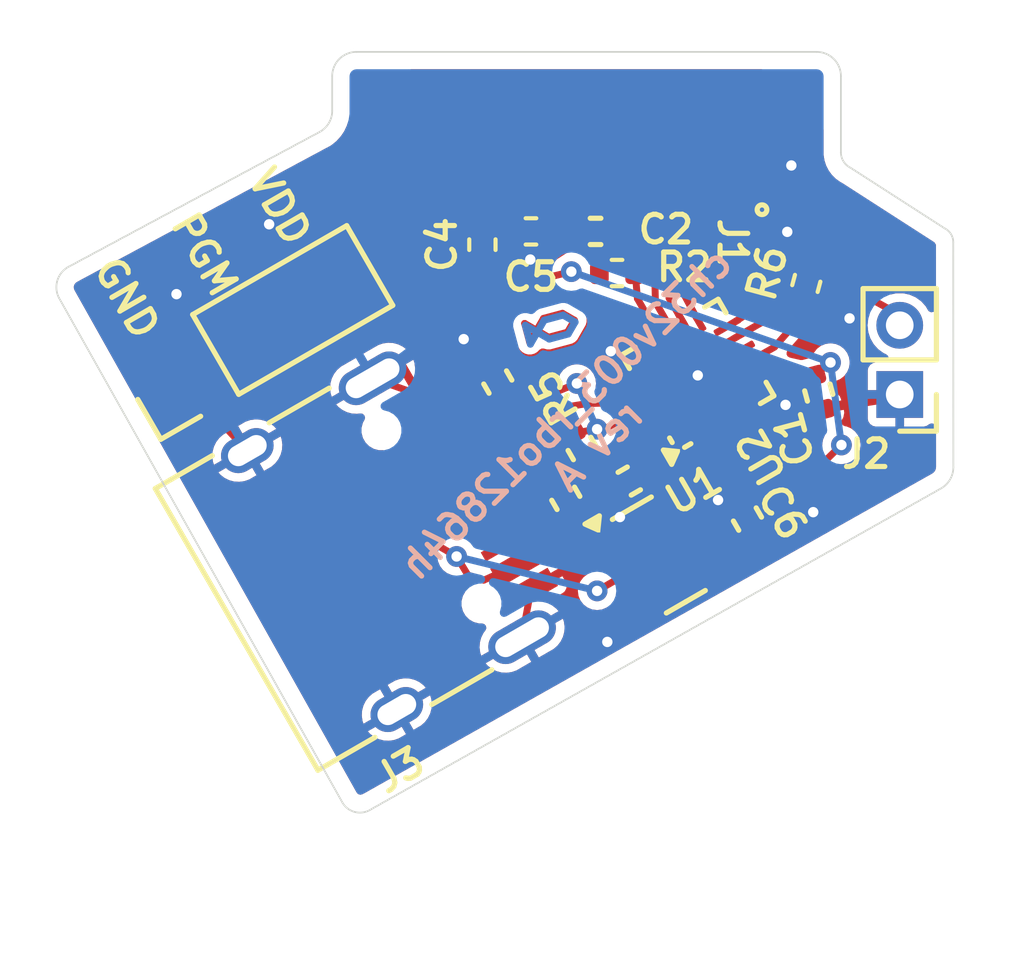
<source format=kicad_pcb>
(kicad_pcb (version 20240108) (generator "pcbnew") (generator_version "8.0")
  (layers (0 "F.Cu" signal) (31 "B.Cu" signal) (34 "B.Paste" user) (35 "F.Paste" user) (36 "B.SilkS" user "B.Silkscreen") (37 "F.SilkS" user "F.Silkscreen") (38 "B.Mask" user) (39 "F.Mask" user) (44 "Edge.Cuts" user))
  (net 0 "")
  (net 1 "GND")
  (net 2 "VDD")
  (net 3 "+5V")
  (net 4 "Net-(J1-Pin_10)")
  (net 5 "Net-(J1-Pin_9)")
  (net 6 "Net-(J1-Pin_8)")
  (net 7 "Net-(J3-CC1)")
  (net 8 "D+")
  (net 9 "D-")
  (net 10 "SBU1")
  (net 11 "Net-(J3-CC2)")
  (net 12 "SBU2")
  (net 13 "SWIO")
  (net 14 "PD6")
  (net 15 "DPU")
  (net 19 "CSB")
  (net 20 "RST")
  (net 21 "A0")
  (net 22 "SCL")
  (net 23 "SDA")
  (net 27 "Net-(J2-Pin_2)")
  (net 28 "Net-(U2-PC0{slash}T2CH3{slash}UTX{slash}NSS{slash}T1CH3)")
  (net 31 "Net-(J1-Pin_6)")
  (net 32 "Net-(U2-PC7{slash}MISO{slash}T1CH2{slash}T2CH2{slash}URTS)")
  (footprint "Resistor_SMD:R_0402_1005Metric" (layer "F.Cu") (at 127.95 67.2 -60)
    (property "Reference" "R4" (hide yes))
    (property "Value" "5.1k")
    (fp_line (start -0.153641 0.38) (end 0.153641 0.38) (stroke (width 0.15)) (layer "F.SilkS"))
    (fp_line (start -0.153641 -0.38) (end 0.153641 -0.38) (stroke (width 0.15)) (layer "F.SilkS"))
    (pad "1" smd roundrect (at -0.51 0 300) (size 0.54 0.64) (layers "F.Cu" "F.Paste" "F.Mask") (net 11 "Net-(J3-CC2)"))
    (pad "2" smd roundrect (at 0.51 0 300) (size 0.54 0.64) (layers "F.Cu" "F.Paste" "F.Mask") (net 1 "GND"))
  )
  (footprint "Package_TO_SOT_SMD:SOT-23" (layer "F.Cu") (at 130.638899 68.837926 30)
    (property "Reference" "U1" (at 1.815843 -1.126531 30) (layer "F.SilkS") (effects (font (size 0.8 0.8))))
    (property "Value" "XC6206P332MR-G")
    (fp_line (start 0 -1.56) (end -0.65 -1.560001) (stroke (width 0.15)) (layer "F.SilkS"))
    (fp_line (start 0 -1.56) (end 0.650001 -1.56) (stroke (width 0.15)) (layer "F.SilkS"))
    (fp_line (start 0 1.56) (end -0.650001 1.56) (stroke (width 0.15)) (layer "F.SilkS"))
    (fp_line (start 0 1.56) (end 0.65 1.560001) (stroke (width 0.15)) (layer "F.SilkS"))
    (fp_poly (pts (xy -1.162501 -1.51) (xy -1.4025 -1.84) (xy -0.922499 -1.84) (xy -1.162501 -1.51)) (stroke (width 0.15)) (fill solid) (layer "F.SilkS"))
    (pad "1" smd roundrect (at -0.9375 -0.95 30) (size 1.475 0.6) (layers "F.Cu" "F.Paste" "F.Mask") (net 1 "GND"))
    (pad "2" smd roundrect (at -0.9375 0.95 30) (size 1.475 0.6) (layers "F.Cu" "F.Paste" "F.Mask") (net 2 "VDD"))
    (pad "3" smd roundrect (at 0.9375 0 30) (size 1.475 0.6) (layers "F.Cu" "F.Paste" "F.Mask") (net 3 "+5V"))
  )
  (footprint "cnhardware:RBO12864H-WFI" (layer "F.Cu") (at 128.5434 58.5278)
    (property "Reference" "J1" (at 4.2266 1.2822 -90) (layer "F.SilkS") (effects (font (size 0.8 0.8))))
    (property "Value" "RBO12864H")
    (pad "1" smd roundrect (at 4.4 -1 180) (size 0.4 2.7) (layers "F.Cu" "F.Paste" "F.Mask") (net 19 "CSB"))
    (pad "2" smd roundrect (at 3.6 -1 180) (size 0.4 2.7) (layers "F.Cu" "F.Paste" "F.Mask") (net 20 "RST"))
    (pad "3" smd roundrect (at 2.8 -1 180) (size 0.4 2.7) (layers "F.Cu" "F.Paste" "F.Mask") (net 21 "A0"))
    (pad "4" smd roundrect (at 2 -1 180) (size 0.4 2.7) (layers "F.Cu" "F.Paste" "F.Mask") (net 22 "SCL"))
    (pad "5" smd roundrect (at 1.2 -1 180) (size 0.4 2.7) (layers "F.Cu" "F.Paste" "F.Mask") (net 23 "SDA"))
    (pad "6" smd roundrect (at 0.4 -1 180) (size 0.4 2.7) (layers "F.Cu" "F.Paste" "F.Mask") (net 31 "Net-(J1-Pin_6)"))
    (pad "7" smd roundrect (at -0.4 -1 180) (size 0.4 2.7) (layers "F.Cu" "F.Paste" "F.Mask") (net 1 "GND"))
    (pad "8" smd roundrect (at -1.2 -1 180) (size 0.4 2.7) (layers "F.Cu" "F.Paste" "F.Mask") (net 6 "Net-(J1-Pin_8)"))
    (pad "9" smd roundrect (at -2 -1 180) (size 0.4 2.7) (layers "F.Cu" "F.Paste" "F.Mask") (net 5 "Net-(J1-Pin_9)"))
    (pad "10" smd roundrect (at -2.8 -1 180) (size 0.4 2.7) (layers "F.Cu" "F.Paste" "F.Mask") (net 4 "Net-(J1-Pin_10)"))
    (pad "11" smd roundrect (at -3.6 -1 180) (size 0.4 2.7) (layers "F.Cu" "F.Paste" "F.Mask"))
    (pad "12" smd roundrect (at -4.4 -1 180) (size 0.4 2.7) (layers "F.Cu" "F.Paste" "F.Mask"))
    (pad "13" smd circle (at -6 -2.9 180) (size 1.6 1.6) (layers "F.Cu" "F.Paste" "F.Mask") (net 1 "GND"))
    (pad "13" smd circle (at 6 -2.9 180) (size 1.6 1.6) (layers "F.Cu" "F.Paste" "F.Mask") (net 1 "GND"))
  )
  (footprint "Resistor_SMD:R_0402_1005Metric" (layer "F.Cu") (at 128.81 59.4868)
    (property "Reference" "C2" (at 2.0312 -0.0568 0) (layer "F.SilkS") (effects (font (size 0.8 0.8))))
    (property "Value" "1u")
    (fp_line (start -0.153641 -0.38) (end 0.153641 -0.38) (stroke (width 0.15)) (layer "F.SilkS"))
    (fp_line (start -0.153641 0.38) (end 0.153641 0.38) (stroke (width 0.15)) (layer "F.SilkS"))
    (pad "1" smd roundrect (at -0.51 0) (size 0.54 0.64) (layers "F.Cu" "F.Paste" "F.Mask") (net 1 "GND"))
    (pad "2" smd roundrect (at 0.51 0) (size 0.54 0.64) (layers "F.Cu" "F.Paste" "F.Mask") (net 31 "Net-(J1-Pin_6)"))
  )
  (footprint "Resistor_SMD:R_0402_1005Metric" (layer "F.Cu") (at 129.784127 66.7014 30)
    (property "Reference" "C3" (hide yes))
    (property "Value" "4.7u")
    (fp_line (start -0.153641 -0.38) (end 0.153641 -0.38) (stroke (width 0.15)) (layer "F.SilkS"))
    (fp_line (start -0.153641 0.38) (end 0.153641 0.38) (stroke (width 0.15)) (layer "F.SilkS"))
    (pad "1" smd roundrect (at -0.51 0 30) (size 0.54 0.64) (layers "F.Cu" "F.Paste" "F.Mask") (net 1 "GND"))
    (pad "2" smd roundrect (at 0.51 0 30) (size 0.54 0.64) (layers "F.Cu" "F.Paste" "F.Mask") (net 3 "+5V"))
  )
  (footprint "Resistor_SMD:R_0402_1005Metric" (layer "F.Cu") (at 135.259997 64.145022 105)
    (property "Reference" "C1" (at -1.105282 -1.037621 105) (layer "F.SilkS") (effects (font (size 0.8 0.8))))
    (property "Value" "1u")
    (fp_line (start -0.153641 -0.38) (end 0.153641 -0.38) (stroke (width 0.15)) (layer "F.SilkS"))
    (fp_line (start -0.153641 0.38) (end 0.153641 0.38) (stroke (width 0.15)) (layer "F.SilkS"))
    (pad "1" smd roundrect (at -0.51 0 105) (size 0.54 0.64) (layers "F.Cu" "F.Paste" "F.Mask") (net 1 "GND"))
    (pad "2" smd roundrect (at 0.51 0 105) (size 0.54 0.64) (layers "F.Cu" "F.Paste" "F.Mask") (net 2 "VDD"))
  )
  (footprint "Connector_PinHeader_2.54mm:PinHeader_1x03_P2.54mm_Vertical" (layer "F.Cu") (at 116.733191 63.6778 120)
    (property "Reference" "J5" (hide yes))
    (property "Value" "PGM")
    (fp_line (start -1.33 -1.33) (end 0 -1.33) (stroke (width 0.15)) (layer "F.SilkS"))
    (fp_line (start 1.33 1.27) (end 1.33 6.41) (stroke (width 0.15)) (layer "F.SilkS"))
    (fp_line (start -1.33 0) (end -1.33 -1.33) (stroke (width 0.15)) (layer "F.SilkS"))
    (fp_line (start -1.33 1.27) (end 1.33 1.27) (stroke (width 0.15)) (layer "F.SilkS"))
    (fp_line (start -1.33 1.27) (end -1.33 6.41) (stroke (width 0.15)) (layer "F.SilkS"))
    (fp_line (start -1.33 6.41) (end 1.33 6.41) (stroke (width 0.15)) (layer "F.SilkS"))
    (pad "1" smd rect (at 0 0 120) (size 1.7 1.7) (layers "F.Cu" "F.Paste" "F.Mask") (net 1 "GND"))
    (pad "2" smd oval (at 0 2.54 120) (size 1.7 1.7) (layers "F.Cu" "F.Paste" "F.Mask") (net 13 "SWIO"))
    (pad "3" smd oval (at 0 5.08 120) (size 1.7 1.7) (layers "F.Cu" "F.Paste" "F.Mask") (net 2 "VDD"))
  )
  (footprint "Connector_USB:USB_C_Receptacle_HRO_TYPE-C-31-M-12" (layer "F.Cu") (at 121.816026 69.0378 -60)
    (property "Reference" "J3" (at 5.873705 1.850845 30) (layer "F.SilkS") (effects (font (size 0.8 0.8))))
    (property "Value" "USB_C_Receptacle_USB2.0")
    (fp_line (start -4.7 3.9) (end 4.7 3.9) (stroke (width 0.15)) (layer "F.SilkS"))
    (fp_line (start -4.7 2) (end -4.7 3.9) (stroke (width 0.15)) (layer "F.SilkS"))
    (fp_line (start -4.7 -1.9) (end -4.7 0.100001) (stroke (width 0.15)) (layer "F.SilkS"))
    (fp_line (start 4.7 2) (end 4.7 3.9) (stroke (width 0.15)) (layer "F.SilkS"))
    (fp_line (start 4.7 -1.9) (end 4.699999 0.1) (stroke (width 0.15)) (layer "F.SilkS"))
    (pad "" np_thru_hole circle (at -2.89 -2.6 300) (size 0.65 0.65) (drill 0.65) (layers "*.Cu" "*.Mask"))
    (pad "" np_thru_hole circle (at 2.89 -2.6 300) (size 0.65 0.65) (drill 0.65) (layers "*.Cu" "*.Mask"))
    (pad "A1" smd rect (at -3.25 -4.045 300) (size 0.6 1.45) (layers "F.Cu" "F.Paste" "F.Mask") (net 1 "GND"))
    (pad "A4" smd rect (at -2.45 -4.045 300) (size 0.6 1.45) (layers "F.Cu" "F.Paste" "F.Mask") (net 3 "+5V"))
    (pad "A5" smd rect (at -1.25 -4.045 300) (size 0.3 1.45) (layers "F.Cu" "F.Paste" "F.Mask") (net 7 "Net-(J3-CC1)"))
    (pad "A6" smd rect (at -0.25 -4.045 300) (size 0.3 1.45) (layers "F.Cu" "F.Paste" "F.Mask") (net 8 "D+"))
    (pad "A7" smd rect (at 0.25 -4.045 300) (size 0.3 1.45) (layers "F.Cu" "F.Paste" "F.Mask") (net 9 "D-"))
    (pad "A8" smd rect (at 1.25 -4.045 300) (size 0.3 1.45) (layers "F.Cu" "F.Paste" "F.Mask") (net 10 "SBU1"))
    (pad "A9" smd rect (at 2.45 -4.045 300) (size 0.6 1.45) (layers "F.Cu" "F.Paste" "F.Mask") (net 3 "+5V"))
    (pad "A12" smd rect (at 3.25 -4.045 300) (size 0.6 1.45) (layers "F.Cu" "F.Paste" "F.Mask") (net 1 "GND"))
    (pad "B1" smd rect (at 3.25 -4.045 300) (size 0.6 1.45) (layers "F.Cu" "F.Paste" "F.Mask") (net 1 "GND"))
    (pad "B4" smd rect (at 2.45 -4.045 300) (size 0.6 1.45) (layers "F.Cu" "F.Paste" "F.Mask") (net 3 "+5V"))
    (pad "B5" smd rect (at 1.75 -4.045 300) (size 0.3 1.45) (layers "F.Cu" "F.Paste" "F.Mask") (net 11 "Net-(J3-CC2)"))
    (pad "B6" smd rect (at 0.75 -4.045 300) (size 0.3 1.45) (layers "F.Cu" "F.Paste" "F.Mask") (net 8 "D+"))
    (pad "B7" smd rect (at -0.75 -4.045 300) (size 0.3 1.45) (layers "F.Cu" "F.Paste" "F.Mask") (net 9 "D-"))
    (pad "B8" smd rect (at -1.749999 -4.045 300) (size 0.3 1.45) (layers "F.Cu" "F.Paste" "F.Mask") (net 12 "SBU2"))
    (pad "B9" smd rect (at -2.45 -4.045 300) (size 0.6 1.45) (layers "F.Cu" "F.Paste" "F.Mask") (net 3 "+5V"))
    (pad "B12" smd rect (at -3.25 -4.045 300) (size 0.6 1.45) (layers "F.Cu" "F.Paste" "F.Mask") (net 1 "GND"))
    (pad "S1" thru_hole oval (at -4.32 -3.130001 300) (size 1 2.1) (drill oval 0.6 1.7) (layers "*.Cu" "*.Mask") (net 1 "GND"))
    (pad "S1" thru_hole oval (at -4.32 1.05 300) (size 1 1.6) (drill oval 0.6 1.2) (layers "*.Cu" "*.Mask") (net 1 "GND"))
    (pad "S1" thru_hole oval (at 4.32 -3.13 300) (size 1 2.1) (drill oval 0.6 1.7) (layers "*.Cu" "*.Mask") (net 1 "GND"))
    (pad "S1" thru_hole oval (at 4.32 1.05 300) (size 1 1.6) (drill oval 0.6 1.2) (layers "*.Cu" "*.Mask") (net 1 "GND"))
  )
  (footprint "Resistor_SMD:R_0402_1005Metric" (layer "F.Cu") (at 125.54 59.87 90)
    (property "Reference" "C4" (at 0 -1.17 90) (layer "F.SilkS") (effects (font (size 0.8 0.8))))
    (property "Value" "1u")
    (fp_line (start -0.153641 -0.38) (end 0.153641 -0.38) (stroke (width 0.12)) (layer "F.SilkS"))
    (fp_line (start -0.153641 0.38) (end 0.153641 0.38) (stroke (width 0.12)) (layer "F.SilkS"))
    (pad "1" smd roundrect (at -0.51 0 90) (size 0.54 0.64) (layers "F.Cu" "F.Paste" "F.Mask") (net 1 "GND"))
    (pad "2" smd roundrect (at 0.51 0 90) (size 0.54 0.64) (layers "F.Cu" "F.Paste" "F.Mask") (net 4 "Net-(J1-Pin_10)"))
  )
  (footprint "Resistor_SMD:R_0402_1005Metric" (layer "F.Cu") (at 133.2 67.8 -60)
    (property "Reference" "C6" (at 0.33342 -0.9775 -60) (layer "F.SilkS") (effects (font (size 0.8 0.8))))
    (property "Value" "1u")
    (fp_line (start -0.153641 0.38) (end 0.153641 0.38) (stroke (width 0.15)) (layer "F.SilkS"))
    (fp_line (start -0.153641 -0.38) (end 0.153641 -0.38) (stroke (width 0.15)) (layer "F.SilkS"))
    (pad "1" smd roundrect (at -0.51 0 300) (size 0.54 0.64) (layers "F.Cu" "F.Paste" "F.Mask") (net 1 "GND"))
    (pad "2" smd roundrect (at 0.51 0 300) (size 0.54 0.64) (layers "F.Cu" "F.Paste" "F.Mask") (net 2 "VDD"))
  )
  (footprint "Package_DFN_QFN:QFN-20-1EP_3x3mm_P0.4mm_EP1.65x1.65mm" (layer "F.Cu") (at 131.764137 63.64779 120)
    (property "Reference" "U2" (at -2.955005 0.413799 120) (layer "F.SilkS") (effects (font (size 0.8 0.8))))
    (property "Value" "CH32V003F4U6")
    (fp_line (start 1.61 -1.61) (end 1.61 -1.16) (stroke (width 0.15)) (layer "F.SilkS"))
    (fp_line (start 1.16 -1.61) (end 1.61 -1.61) (stroke (width 0.15)) (layer "F.SilkS"))
    (fp_line (start -1.16 -1.61) (end -1.31 -1.61) (stroke (width 0.15)) (layer "F.SilkS"))
    (fp_line (start -1.61 -1.16) (end -1.61 -1.37) (stroke (width 0.15)) (layer "F.SilkS"))
    (fp_line (start 1.61 1.61) (end 1.61 1.16) (stroke (width 0.15)) (layer "F.SilkS"))
    (fp_line (start 1.16 1.61) (end 1.61 1.61) (stroke (width 0.15)) (layer "F.SilkS"))
    (fp_line (start -1.16 1.61) (end -1.61 1.61) (stroke (width 0.15)) (layer "F.SilkS"))
    (fp_line (start -1.61 1.61) (end -1.61 1.16) (stroke (width 0.15)) (layer "F.SilkS"))
    (fp_poly (pts (xy -1.61 -1.61) (xy -1.85 -1.94) (xy -1.37 -1.94) (xy -1.61 -1.61)) (stroke (width 0.15)) (fill solid) (layer "F.SilkS"))
    (pad "1" smd roundrect (at -1.45 -0.8 120) (size 0.85 0.2) (layers "F.Cu" "F.Paste" "F.Mask"))
    (pad "2" smd roundrect (at -1.45 -0.4 120) (size 0.85 0.2) (layers "F.Cu" "F.Paste" "F.Mask"))
    (pad "3" smd roundrect (at -1.45 0 120) (size 0.85 0.2) (layers "F.Cu" "F.Paste" "F.Mask"))
    (pad "4" smd roundrect (at -1.45 0.4 120) (size 0.85 0.2) (layers "F.Cu" "F.Paste" "F.Mask") (net 1 "GND"))
    (pad "5" smd roundrect (at -1.45 0.8 120) (size 0.85 0.2) (layers "F.Cu" "F.Paste" "F.Mask"))
    (pad "6" smd roundrect (at -0.8 1.45 120) (size 0.2 0.85) (layers "F.Cu" "F.Paste" "F.Mask") (net 2 "VDD"))
    (pad "7" smd roundrect (at -0.4 1.45 120) (size 0.2 0.85) (layers "F.Cu" "F.Paste" "F.Mask") (net 28 "Net-(U2-PC0{slash}T2CH3{slash}UTX{slash}NSS{slash}T1CH3)"))
    (pad "8" smd roundrect (at 0 1.45 120) (size 0.2 0.85) (layers "F.Cu" "F.Paste" "F.Mask"))
    (pad "9" smd roundrect (at 0.4 1.45 120) (size 0.2 0.85) (layers "F.Cu" "F.Paste" "F.Mask") (net 19 "CSB"))
    (pad "10" smd roundrect (at 0.8 1.45 120) (size 0.2 0.85) (layers "F.Cu" "F.Paste" "F.Mask") (net 20 "RST"))
    (pad "11" smd roundrect (at 1.45 0.8 120) (size 0.85 0.2) (layers "F.Cu" "F.Paste" "F.Mask") (net 21 "A0"))
    (pad "12" smd roundrect (at 1.45 0.4 120) (size 0.85 0.2) (layers "F.Cu" "F.Paste" "F.Mask") (net 22 "SCL"))
    (pad "13" smd roundrect (at 1.45 0 120) (size 0.85 0.2) (layers "F.Cu" "F.Paste" "F.Mask") (net 23 "SDA"))
    (pad "14" smd roundrect (at 1.45 -0.4 120) (size 0.85 0.2) (layers "F.Cu" "F.Paste" "F.Mask") (net 32 "Net-(U2-PC7{slash}MISO{slash}T1CH2{slash}T2CH2{slash}URTS)"))
    (pad "15" smd roundrect (at 1.45 -0.8 120) (size 0.85 0.2) (layers "F.Cu" "F.Paste" "F.Mask") (net 13 "SWIO"))
    (pad "16" smd roundrect (at 0.8 -1.45 120) (size 0.2 0.85) (layers "F.Cu" "F.Paste" "F.Mask"))
    (pad "17" smd roundrect (at 0.4 -1.45 120) (size 0.2 0.85) (layers "F.Cu" "F.Paste" "F.Mask") (net 8 "D+"))
    (pad "18" smd roundrect (at 0 -1.45 120) (size 0.2 0.85) (layers "F.Cu" "F.Paste" "F.Mask") (net 9 "D-"))
    (pad "19" smd roundrect (at -0.4 -1.45 120) (size 0.2 0.85) (layers "F.Cu" "F.Paste" "F.Mask") (net 15 "DPU"))
    (pad "20" smd roundrect (at -0.8 -1.45 120) (size 0.2 0.85) (layers "F.Cu" "F.Paste" "F.Mask") (net 14 "PD6"))
    (pad "21" smd rect (at 0 0 120) (size 1.65 1.65) (property pad_prop_heatsink) (layers "F.Cu" "F.Mask") (net 1 "GND"))
  )
  (footprint "Resistor_SMD:R_0402_1005Metric" (layer "F.Cu") (at 134.9 60.99 75)
    (property "Reference" "R6" (at 0 -1.17 75) (layer "F.SilkS") (effects (font (size 0.8 0.8))))
    (property "Value" "10")
    (fp_line (start -0.153641 -0.38) (end 0.153641 -0.38) (stroke (width 0.12)) (layer "F.SilkS"))
    (fp_line (start -0.153641 0.38) (end 0.153641 0.38) (stroke (width 0.12)) (layer "F.SilkS"))
    (pad "1" smd roundrect (at -0.51 0 75) (size 0.54 0.64) (layers "F.Cu" "F.Paste" "F.Mask") (net 28 "Net-(U2-PC0{slash}T2CH3{slash}UTX{slash}NSS{slash}T1CH3)"))
    (pad "2" smd roundrect (at 0.51 0 75) (size 0.54 0.64) (layers "F.Cu" "F.Paste" "F.Mask") (net 27 "Net-(J2-Pin_2)"))
  )
  (footprint "Connector_PinHeader_2.00mm:PinHeader_1x02_P2.00mm_Vertical" (layer "F.Cu") (at 137.6 64.2 180)
    (property "Reference" "J2" (at 0.965201 -1.717801 0) (layer "F.SilkS") (effects (font (size 0.8 0.8))))
    (property "Value" "LED")
    (fp_line (start 1.06 1) (end 1.06 3.06) (stroke (width 0.15)) (layer "F.SilkS"))
    (fp_line (start -1.06 3.06) (end 1.06 3.06) (stroke (width 0.15)) (layer "F.SilkS"))
    (fp_line (start -1.06 1) (end 1.06 1) (stroke (width 0.15)) (layer "F.SilkS"))
    (fp_line (start -1.06 1) (end -1.06 3.06) (stroke (width 0.15)) (layer "F.SilkS"))
    (fp_line (start -1.06 0) (end -1.06 -1.06) (stroke (width 0.15)) (layer "F.SilkS"))
    (fp_line (start -1.06 -1.06) (end 0 -1.06) (stroke (width 0.15)) (layer "F.SilkS"))
    (pad "1" thru_hole rect (at 0 0 180) (size 1.35 1.35) (drill 0.8) (layers "*.Cu" "*.Mask") (net 1 "GND"))
    (pad "2" thru_hole oval (at 0 2 180) (size 1.35 1.35) (drill 0.8) (layers "*.Cu" "*.Mask") (net 27 "Net-(J2-Pin_2)"))
  )
  (footprint "Resistor_SMD:R_0402_1005Metric" (layer "F.Cu") (at 126.9438 59.4868)
    (property "Reference" "C5" (at 0 1.3132 0) (layer "F.SilkS") (effects (font (size 0.8 0.8))))
    (property "Value" "1u")
    (fp_line (start -0.153641 -0.38) (end 0.153641 -0.38) (stroke (width 0.12)) (layer "F.SilkS"))
    (fp_line (start -0.153641 0.38) (end 0.153641 0.38) (stroke (width 0.12)) (layer "F.SilkS"))
    (pad "1" smd roundrect (at -0.51 0) (size 0.54 0.64) (layers "F.Cu" "F.Paste" "F.Mask") (net 5 "Net-(J1-Pin_9)"))
    (pad "2" smd roundrect (at 0.51 0) (size 0.54 0.64) (layers "F.Cu" "F.Paste" "F.Mask") (net 6 "Net-(J1-Pin_8)"))
  )
  (footprint "Resistor_SMD:R_0402_1005Metric" (layer "F.Cu") (at 128.4224 65.7606 120)
    (property "Reference" "R5" (at 1.682229 0.032695 120) (layer "F.SilkS") (effects (font (size 0.8 0.8))))
    (property "Value" "1.5k")
    (fp_line (start -0.153641 -0.38) (end 0.153641 -0.38) (stroke (width 0.15)) (layer "F.SilkS"))
    (fp_line (start -0.153641 0.38) (end 0.153641 0.38) (stroke (width 0.15)) (layer "F.SilkS"))
    (pad "1" smd roundrect (at -0.51 0 120) (size 0.54 0.64) (layers "F.Cu" "F.Paste" "F.Mask") (net 15 "DPU"))
    (pad "2" smd roundrect (at 0.51 0 120) (size 0.54 0.64) (layers "F.Cu" "F.Paste" "F.Mask") (net 9 "D-"))
  )
  (footprint "Resistor_SMD:R_0402_1005Metric" (layer "F.Cu") (at 129.43 60.69 180)
    (property "Reference" "R2" (at -1.94 0.17 0) (layer "F.SilkS") (effects (font (size 0.8 0.8))))
    (property "Value" "10")
    (fp_line (start -0.153641 0.38) (end 0.153641 0.38) (stroke (width 0.12)) (layer "F.SilkS"))
    (fp_line (start -0.153641 -0.38) (end 0.153641 -0.38) (stroke (width 0.12)) (layer "F.SilkS"))
    (pad "1" smd roundrect (at -0.51 0 180) (size 0.54 0.64) (layers "F.Cu" "F.Paste" "F.Mask") (net 32 "Net-(U2-PC7{slash}MISO{slash}T1CH2{slash}T2CH2{slash}URTS)"))
    (pad "2" smd roundrect (at 0.51 0 180) (size 0.54 0.64) (layers "F.Cu" "F.Paste" "F.Mask") (net 31 "Net-(J1-Pin_6)"))
  )
  (footprint "Resistor_SMD:R_0402_1005Metric" (layer "F.Cu") (at 125.984999 63.840073 120)
    (property "Reference" "R3" (hide yes))
    (property "Value" "5.1k")
    (fp_line (start -0.153641 -0.38) (end 0.153641 -0.38) (stroke (width 0.15)) (layer "F.SilkS"))
    (fp_line (start -0.153641 0.38) (end 0.153641 0.38) (stroke (width 0.15)) (layer "F.SilkS"))
    (pad "1" smd roundrect (at -0.51 0 120) (size 0.54 0.64) (layers "F.Cu" "F.Paste" "F.Mask") (net 7 "Net-(J3-CC1)"))
    (pad "2" smd roundrect (at 0.51 0 120) (size 0.54 0.64) (layers "F.Cu" "F.Paste" "F.Mask") (net 1 "GND"))
  )
  (gr_circle (center 133.62 58.86) (end 133.76 58.86) (stroke (width 0.15)) (fill none) (layer "F.SilkS"))
  (gr_arc (start 121.2 56) (mid 121.10914 56.344889) (end 120.860147 56.600245) (stroke (width 0.05)) (layer "Edge.Cuts"))
  (gr_line (start 122.3 76.2) (end 138.804654 66.907809) (stroke (width 0.05)) (layer "Edge.Cuts"))
  (gr_line (start 136.176393 57.647214) (end 138.9 59.4) (stroke (width 0.05)) (layer "Edge.Cuts"))
  (gr_line (start 135.2 54.3) (end 121.9 54.3) (stroke (width 0.05)) (layer "Edge.Cuts"))
  (gr_line (start 120.860147 56.600245) (end 113.6 60.5) (stroke (width 0.05)) (layer "Edge.Cuts"))
  (gr_line (start 113.3 61.4) (end 121.5 76) (stroke (width 0.05)) (layer "Edge.Cuts"))
  (gr_arc (start 138.9 59.400001) (mid 139.080422 59.564887) (end 139.147213 59.8) (stroke (width 0.05)) (layer "Edge.Cuts"))
  (gr_arc (start 139.15 66.3) (mid 139.057635 66.649534) (end 138.804654 66.907809) (stroke (width 0.05)) (layer "Edge.Cuts"))
  (gr_arc (start 121.2 55) (mid 121.405025 54.505025) (end 121.9 54.3) (stroke (width 0.05)) (layer "Edge.Cuts"))
  (gr_line (start 135.9 57.2) (end 135.9 55) (stroke (width 0.05)) (layer "Edge.Cuts"))
  (gr_arc (start 122.3 76.2) (mid 121.858579 76.265685) (end 121.5 76) (stroke (width 0.05)) (layer "Edge.Cuts"))
  (gr_line (start 121.2 56) (end 121.2 55) (stroke (width 0.05)) (layer "Edge.Cuts"))
  (gr_arc (start 113.3 61.4) (mid 113.263604 60.887868) (end 113.6 60.5) (stroke (width 0.05)) (layer "Edge.Cuts"))
  (gr_line (start 139.147213 59.8) (end 139.15 66.3) (stroke (width 0.05)) (layer "Edge.Cuts"))
  (gr_arc (start 135.2 54.3) (mid 135.694975 54.505025) (end 135.9 55) (stroke (width 0.05)) (layer "Edge.Cuts"))
  (gr_arc (start 136.176393 57.647214) (mid 135.974674 57.462866) (end 135.9 57.2) (stroke (width 0.05)) (layer "Edge.Cuts"))
  (gr_text "ch32v003_rbo12864h\nrev A" (at 129.2 66 45) (layer "B.SilkS") (effects (font (size 0.8 0.8) (thickness 0.15) (bold yes)) (justify bottom mirror)))
  (gr_text "VDD\n\nPGM\n\nGND" (at 114.1984 60.5028 -60) (layer "F.SilkS") (effects (font (size 0.8 0.8) (thickness 0.15) (bold yes)) (justify left bottom)))
  (segment (start 128 62.4) (end 128.199998 62.05359) (width 0.2) (layer "F.Cu") (net 0))
  (segment (start 127.85359 61.85359) (end 127.307179 62) (width 0.2) (layer "F.Cu") (net 0))
  (segment (start 127.307179 62) (end 126.90718 62.69282) (width 0.2) (layer "F.Cu") (net 0))
  (segment (start 127.45359 62.54641) (end 128 62.4) (width 0.2) (layer "F.Cu") (net 0))
  (segment (start 126.90718 62.69282) (end 126.760769 62.146411) (width 0.2) (layer "F.Cu") (net 0))
  (segment (start 128.199998 62.05359) (end 127.85359 61.85359) (width 0.2) (layer "F.Cu") (net 0))
  (segment (start 126.760769 62.146411) (end 127.45359 62.54641) (width 0.2) (layer "F.Cu") (net 0))
  (segment (start 126.780381 62.199616) (end 126.926792 62.746028) (width 0.2) (layer "B.Cu") (net 0))
  (segment (start 128.219613 62.106797) (end 128.019614 62.453205) (width 0.2) (layer "B.Cu") (net 0))
  (segment (start 127.873204 61.906795) (end 128.219613 62.106797) (width 0.2) (layer "B.Cu") (net 0))
  (segment (start 127.326795 62.053205) (end 127.873204 61.906795) (width 0.2) (layer "B.Cu") (net 0))
  (segment (start 127.473204 62.599615) (end 126.780381 62.199616) (width 0.2) (layer "B.Cu") (net 0))
  (segment (start 126.926792 62.746028) (end 127.326795 62.053205) (width 0.2) (layer "B.Cu") (net 0))
  (segment (start 128.019614 62.453205) (end 127.473204 62.599615) (width 0.2) (layer "B.Cu") (net 0))
  (segment (start 122.366686 63.73157) (end 118.746699 65.82157) (width 0.2) (layer "F.Cu") (net 1))
  (segment (start 123.2662 55.1688) (end 122.5434 55.6278) (width 0.2) (layer "F.Cu") (net 1))
  (segment (start 116.733191 63.6778) (end 117.856 61.0362) (width 0.2) (layer "F.Cu") (net 1))
  (segment (start 127.59 60.24) (end 127.95 60.01) (width 0.2) (layer "F.Cu") (net 1))
  (segment (start 133.7564 65.5828) (end 135.391995 64.637644) (width 0.2) (layer "F.Cu") (net 1))
  (segment (start 128.1434 57.3278) (end 128.1176 59.436) (width 0.2) (layer "F.Cu") (net 1))
  (segment (start 123.694099 64.200717) (end 122.366686 63.73157) (width 0.2) (layer "F.Cu") (net 1))
  (segment (start 132.835547 64.703527) (end 133.2992 65.5066) (width 0.2) (layer "F.Cu") (net 1))
  (segment (start 128.143 55.7022) (end 127.6604 55.1688) (width 0.2) (layer "F.Cu") (net 1))
  (segment (start 126.686686 71.21403) (end 126.944099 69.829883) (width 0.2) (layer "F.Cu") (net 1))
  (segment (start 127.95 60.01) (end 128.3188 59.4868) (width 0.2) (layer "F.Cu") (net 1))
  (segment (start 128.1434 57.3278) (end 128.143 55.7022) (width 0.2) (layer "F.Cu") (net 1))
  (segment (start 125.729999 63.3984) (end 123.694099 64.200717) (width 0.2) (layer "F.Cu") (net 1))
  (segment (start 129.342454 66.9564) (end 129.5146 67.7418) (width 0.2) (layer "F.Cu") (net 1))
  (segment (start 132.835547 64.703527) (end 132.2 63.6) (width 0.2) (layer "F.Cu") (net 1))
  (segment (start 125.4252 60.2762) (end 126.873 60.274933) (width 0.2) (layer "F.Cu") (net 1))
  (segment (start 126.873 60.274933) (end 126.9238 60.2996) (width 0.2) (layer "F.Cu") (net 1))
  (segment (start 129.352 68.483952) (end 126.944099 69.829883) (width 0.2) (layer "F.Cu") (net 1))
  (segment (start 138.150601 64.195199) (end 135.391995 64.637644) (width 0.2) (layer "F.Cu") (net 1))
  (segment (start 126.686686 71.21403) (end 123.066699 73.30403) (width 0.2) (layer "F.Cu") (net 1))
  (segment (start 116.733191 63.6778) (end 118.746699 65.82157) (width 0.2) (layer "F.Cu") (net 1))
  (segment (start 133.7056 55.1942) (end 134.5434 55.6278) (width 0.2) (layer "F.Cu") (net 1))
  (segment (start 128.4986 55.1942) (end 133.7056 55.1942) (width 0.2) (layer "F.Cu") (net 1))
  (segment (start 128.205 67.641673) (end 129.5146 67.7418) (width 0.2) (layer "F.Cu") (net 1))
  (segment (start 128.143 55.7022) (end 128.4986 55.1942) (width 0.2) (layer "F.Cu") (net 1))
  (segment (start 129.5146 67.7418) (end 129.352 68.483952) (width 0.2) (layer "F.Cu") (net 1))
  (segment (start 128.3188 59.4868) (end 128.1176 59.436) (width 0.2) (layer "F.Cu") (net 1))
  (segment (start 133.2992 65.5066) (end 133.7564 65.5828) (width 0.2) (layer "F.Cu") (net 1))
  (segment (start 134.5434 55.6278) (end 134.4676 57.5818) (width 0.2) (layer "F.Cu") (net 1))
  (segment (start 126.873 60.274933) (end 127.59 60.24) (width 0.2) (layer "F.Cu") (net 1))
  (segment (start 117.856 61.0362) (end 122.5434 55.6278) (width 0.2) (layer "F.Cu") (net 1))
  (segment (start 127.6604 55.1688) (end 123.2662 55.1688) (width 0.2) (layer "F.Cu") (net 1))
  (via (at 129.5146 67.7418) (size 0.6) (drill 0.3) (layers "F.Cu" "B.Cu") (net 1))
  (via (at 131.764137 63.64779) (size 0.6) (drill 0.3) (layers "F.Cu" "B.Cu") (net 1))
  (via (at 134.35 59.5) (size 0.6) (drill 0.3) (layers "F.Cu" "B.Cu") (net 1))
  (via (at 136.15 62) (size 0.6) (drill 0.3) (layers "F.Cu" "B.Cu") (net 1))
  (via (at 132.35 67.25) (size 0.6) (drill 0.3) (layers "F.Cu" "B.Cu") (net 1))
  (via (at 119.377299 59.280899) (size 0.6) (drill 0.3) (layers "F.Cu" "B.Cu") (net 1))
  (via (at 129.15 71.35) (size 0.6) (drill 0.3) (layers "F.Cu" "B.Cu") (net 1))
  (via (at 134.3 64.5) (size 0.6) (drill 0.3) (layers "F.Cu" "B.Cu") (net 1))
  (via (at 135.1 67.6) (size 0.6) (drill 0.3) (layers "F.Cu" "B.Cu") (net 1))
  (via (at 134.4676 57.5818) (size 0.6) (drill 0.3) (layers "F.Cu" "B.Cu") (net 1))
  (via (at 125 62.6) (size 0.6) (drill 0.3) (layers "F.Cu" "B.Cu") (net 1))
  (via (at 129.25 62.95) (size 0.6) (drill 0.3) (layers "F.Cu" "B.Cu") (net 1))
  (via (at 116.7 61.3) (size 0.6) (drill 0.3) (layers "F.Cu" "B.Cu") (net 1))
  (via (at 126.9238 60.2996) (size 0.6) (drill 0.3) (layers "F.Cu" "B.Cu") (net 1))
  (segment (start 128.6256 59.69) (end 126.9238 60.2996) (width 0.2) (layer "B.Cu") (net 1))
  (segment (start 132.35 67.25) (end 131.764137 63.64779) (width 0.2) (layer "B.Cu") (net 1))
  (segment (start 122.366686 63.73157) (end 126.9238 60.2996) (width 0.2) (layer "B.Cu") (net 1))
  (segment (start 126.9238 60.2996) (end 119.377299 59.280899) (width 0.2) (layer "B.Cu") (net 1))
  (segment (start 132.35 67.25) (end 129.5146 67.7418) (width 0.2) (layer "B.Cu") (net 1))
  (segment (start 134.4676 57.5818) (end 128.6256 59.69) (width 0.2) (layer "B.Cu") (net 1))
  (segment (start 135.6 63.274553) (end 135.127999 63.6524) (width 0.2) (layer "F.Cu") (net 2))
  (segment (start 130.302 70.1294) (end 132.715 68.7832) (width 0.2) (layer "F.Cu") (net 2))
  (segment (start 126.97 60.93) (end 121.1326 61.1378) (width 0.2) (layer "F.Cu") (net 2))
  (segment (start 128.11 60.65) (end 126.97 60.93) (width 0.2) (layer "F.Cu") (net 2))
  (segment (start 132.715 68.7832) (end 135.9154 65.659) (width 0.2) (layer "F.Cu") (net 2))
  (segment (start 133.419874 63.61561) (end 133.8834 63.373) (width 0.2) (layer "F.Cu") (net 2))
  (segment (start 133.8834 63.373) (end 135.127999 63.6524) (width 0.2) (layer "F.Cu") (net 2))
  (via (at 128.11 60.65) (size 0.6) (drill 0.3) (layers "F.Cu" "B.Cu") (net 2))
  (via (at 135.9154 65.659) (size 0.6) (drill 0.3) (layers "F.Cu" "B.Cu") (net 2))
  (via (at 135.6 63.274553) (size 0.6) (drill 0.3) (layers "F.Cu" "B.Cu") (net 2))
  (segment (start 135.9154 65.659) (end 135.6 63.274553) (width 0.2) (layer "B.Cu") (net 2))
  (segment (start 128.11 60.65) (end 135.6 63.274553) (width 0.2) (layer "B.Cu") (net 2))
  (segment (start 123.1138 65.7606) (end 123.6218 68.199) (width 0.2) (layer "F.Cu") (net 3))
  (segment (start 130.2258 66.4464) (end 131.450798 68.369176) (width 0.2) (layer "F.Cu") (net 3))
  (segment (start 126.544099 69.137062) (end 125.5776 69.565613) (width 0.2) (layer "F.Cu") (net 3))
  (segment (start 124.094099 64.893538) (end 123.1138 65.7606) (width 0.2) (layer "F.Cu") (net 3))
  (segment (start 124.794611 68.880389) (end 125.1204 69.4182) (width 0.2) (layer "F.Cu") (net 3))
  (segment (start 131.450798 68.369176) (end 128.8542 69.8754) (width 0.2) (layer "F.Cu") (net 3))
  (segment (start 123.6218 68.199) (end 124.794611 68.880389) (width 0.2) (layer "F.Cu") (net 3))
  (segment (start 125.1204 69.4182) (end 125.5776 69.565613) (width 0.2) (layer "F.Cu") (net 3))
  (via (at 128.8542 69.8754) (size 0.6) (drill 0.3) (layers "F.Cu" "B.Cu") (net 3))
  (via (at 124.794611 68.880389) (size 0.6) (drill 0.3) (layers "F.Cu" "B.Cu") (net 3))
  (segment (start 128.8542 69.8754) (end 124.794611 68.880389) (width 0.2) (layer "B.Cu") (net 3))
  (segment (start 125.73 58.6994) (end 125.7434 57.3278) (width 0.2) (layer "F.Cu") (net 4))
  (segment (start 125.52 59.36) (end 125.73 58.6994) (width 0.2) (layer "F.Cu") (net 4))
  (segment (start 126.5434 57.3278) (end 126.4138 59.4868) (width 0.2) (layer "F.Cu") (net 5))
  (segment (start 127.4338 59.4868) (end 127.3434 57.3278) (width 0.2) (layer "F.Cu") (net 6))
  (segment (start 125.8316 65.2526) (end 126.239999 64.281746) (width 0.2) (layer "F.Cu") (net 7))
  (segment (start 124.694099 65.932768) (end 125.8316 65.2526) (width 0.2) (layer "F.Cu") (net 7))
  (segment (start 124.3838 67.9704) (end 124.2568 67.3862) (width 0.2) (layer "F.Cu") (net 8))
  (segment (start 130.3084 64.02638) (end 129.609119 64.428996) (width 0.2) (layer "F.Cu") (net 8))
  (segment (start 127.762 64.5922) (end 127 65.1764) (width 0.2) (layer "F.Cu") (net 8))
  (segment (start 127 65.1764) (end 126.3396 66.167) (width 0.2) (layer "F.Cu") (net 8))
  (segment (start 128.5494 64.4652) (end 127.762 64.5922) (width 0.2) (layer "F.Cu") (net 8))
  (segment (start 129.609119 64.428996) (end 128.5494 64.4652) (width 0.2) (layer "F.Cu") (net 8))
  (segment (start 124.8664 68.1228) (end 124.3838 67.9704) (width 0.2) (layer "F.Cu") (net 8))
  (segment (start 125.694099 67.664819) (end 124.8664 68.1228) (width 0.2) (layer "F.Cu") (net 8))
  (segment (start 126.3396 66.167) (end 125.194099 66.798794) (width 0.2) (layer "F.Cu") (net 8))
  (segment (start 124.2568 67.3862) (end 125.194099 66.798794) (width 0.2) (layer "F.Cu") (net 8))
  (segment (start 127.5842 64.1604) (end 128.27 63.881) (width 0.2) (layer "F.Cu") (net 9))
  (segment (start 130.5084 64.37279) (end 129.732463 64.819541) (width 0.2) (layer "F.Cu") (net 9))
  (segment (start 126.619 66.548) (end 125.444099 67.231806) (width 0.2) (layer "F.Cu") (net 9))
  (segment (start 126.6952 64.8462) (end 127.5842 64.1604) (width 0.2) (layer "F.Cu") (net 9))
  (segment (start 128.8542 65.202618) (end 128.1674 65.318927) (width 0.2) (layer "F.Cu") (net 9))
  (segment (start 129.159 65.151) (end 128.8542 65.202618) (width 0.2) (layer "F.Cu") (net 9))
  (segment (start 128.1674 65.318927) (end 126.619 66.548) (width 0.2) (layer "F.Cu") (net 9))
  (segment (start 125.7808 65.913) (end 126.2888 65.4304) (width 0.2) (layer "F.Cu") (net 9))
  (segment (start 126.2888 65.4304) (end 126.6952 64.8462) (width 0.2) (layer "F.Cu") (net 9))
  (segment (start 129.732463 64.819541) (end 129.159 65.151) (width 0.2) (layer "F.Cu") (net 9))
  (segment (start 124.944099 66.365781) (end 125.7808 65.913) (width 0.2) (layer "F.Cu") (net 9))
  (via (at 128.27 63.881) (size 0.6) (drill 0.3) (layers "F.Cu" "B.Cu") (net 9))
  (via (at 128.8542 65.202618) (size 0.6) (drill 0.3) (layers "F.Cu" "B.Cu") (net 9))
  (segment (start 128.27 63.881) (end 128.8542 65.202618) (width 0.2) (layer "B.Cu") (net 9))
  (segment (start 127.0762 68.0212) (end 127.761 66.842927) (width 0.2) (layer "F.Cu") (net 11))
  (segment (start 126.194099 68.530844) (end 127.0762 68.0212) (width 0.2) (layer "F.Cu") (net 11))
  (segment (start 118.932896 62.4078) (end 120.8 62.738) (width 0.2) (layer "F.Cu") (net 13))
  (segment (start 129.8702 61.976) (end 130.346317 62.792053) (width 0.2) (layer "F.Cu") (net 13))
  (segment (start 120.8 62.738) (end 122.4 62) (width 0.2) (layer "F.Cu") (net 13))
  (segment (start 122.4 62) (end 126.5428 61.468) (width 0.2) (layer "F.Cu") (net 13))
  (segment (start 129.2606 61.5442) (end 129.8702 61.976) (width 0.2) (layer "F.Cu") (net 13))
  (segment (start 128.5494 61.3156) (end 129.2606 61.5442) (width 0.2) (layer "F.Cu") (net 13))
  (segment (start 126.5428 61.468) (end 128.5494 61.3156) (width 0.2) (layer "F.Cu") (net 13))
  (segment (start 130.7084 64.7192) (end 129.8702 65.2018) (width 0.2) (layer "F.Cu") (net 15))
  (segment (start 129.8702 65.2018) (end 128.6774 66.202273) (width 0.2) (layer "F.Cu") (net 15))
  (segment (start 132.9436 59.0042) (end 133.086076 59.701811) (width 0.2) (layer "F.Cu") (net 19))
  (segment (start 133.086076 59.701811) (end 133.9088 60.6298) (width 0.2) (layer "F.Cu") (net 19))
  (segment (start 133.985 61.468) (end 133.858 61.976) (width 0.2) (layer "F.Cu") (net 19))
  (segment (start 132.9434 57.3278) (end 132.9436 59.0042) (width 0.2) (layer "F.Cu") (net 19))
  (segment (start 132.819874 62.57638) (end 133.858 61.976) (width 0.2) (layer "F.Cu") (net 19))
  (segment (start 133.9088 60.6298) (end 133.985 61.468) (width 0.2) (layer "F.Cu") (net 19))
  (segment (start 132.619874 62.22997) (end 133.2738 61.8236) (width 0.2) (layer "F.Cu") (net 20))
  (segment (start 133.5024 60.7822) (end 132.588 59.7408) (width 0.2) (layer "F.Cu") (net 20))
  (segment (start 133.5532 61.341) (end 133.5024 60.7822) (width 0.2) (layer "F.Cu") (net 20))
  (segment (start 132.207 59.182) (end 132.1562 58.6994) (width 0.2) (layer "F.Cu") (net 20))
  (segment (start 133.2738 61.8236) (end 133.5532 61.341) (width 0.2) (layer "F.Cu") (net 20))
  (segment (start 132.1562 58.6994) (end 132.1434 57.3278) (width 0.2) (layer "F.Cu") (net 20))
  (segment (start 132.588 59.7408) (end 132.207 59.182) (width 0.2) (layer "F.Cu") (net 20))
  (segment (start 131.3434 61.2648) (end 131.3434 57.3278) (width 0.2) (layer "F.Cu") (net 21))
  (segment (start 131.731957 61.992053) (end 131.3434 61.2648) (width 0.2) (layer "F.Cu") (net 21))
  (segment (start 131.385547 62.192053) (end 130.937 61.4172) (width 0.2) (layer "F.Cu") (net 22))
  (segment (start 130.5434 57.3278) (end 130.5306 58.7756) (width 0.2) (layer "F.Cu") (net 22))
  (segment (start 130.937 61.4172) (end 130.9116 59.6138) (width 0.2) (layer "F.Cu") (net 22))
  (segment (start 130.5306 58.7756) (end 130.9116 59.6138) (width 0.2) (layer "F.Cu") (net 22))
  (segment (start 129.7432 58.9026) (end 129.95 59.24) (width 0.2) (layer "F.Cu") (net 23))
  (segment (start 129.95 59.24) (end 130.51 60.36) (width 0.2) (layer "F.Cu") (net 23))
  (segment (start 129.7434 57.3278) (end 129.7432 58.9026) (width 0.2) (layer "F.Cu") (net 23))
  (segment (start 130.51 60.36) (end 130.54 61.53) (width 0.2) (layer "F.Cu") (net 23))
  (segment (start 130.54 61.53) (end 131.039137 62.392053) (width 0.2) (layer "F.Cu") (net 23))
  (segment (start 135.031998 60.497378) (end 138.150601 62.195199) (width 0.2) (layer "F.Cu") (net 27))
  (segment (start 133.219874 63.2692) (end 133.98 62.83) (width 0.2) (layer "F.Cu") (net 28))
  (segment (start 134.56 62.17) (end 134.768002 61.482622) (width 0.2) (layer "F.Cu") (net 28))
  (segment (start 133.98 62.83) (end 134.56 62.17) (width 0.2) (layer "F.Cu") (net 28))
  (segment (start 128.97 58.79) (end 129.3388 59.4868) (width 0.2) (layer "F.Cu") (net 31))
  (segment (start 128.94 60.71) (end 129.3388 59.4868) (width 0.2) (layer "F.Cu") (net 31))
  (segment (start 128.9434 57.3278) (end 128.97 58.79) (width 0.2) (layer "F.Cu") (net 31))
  (segment (start 130.692727 62.592053) (end 130.02 61.43) (width 0.2) (layer "F.Cu") (net 32))
  (segment (start 130.02 61.43) (end 129.96 60.71) (width 0.2) (layer "F.Cu") (net 32))
  (zone (net 1) (net_name "GND") (layers "F&B.Cu") (connect_pads (clearance 0.25)) (min_thickness 0.25) (fill yes (thermal_gap 0.25) (thermal_bridge_width 0.25))
    (polygon (pts (xy 120.8 52.8) (xy 140 53.2) (xy 141.2 67.2) (xy 121.2 78) (xy 111.6 61.6) (xy 112.8 59.2)))
  )
)
</source>
